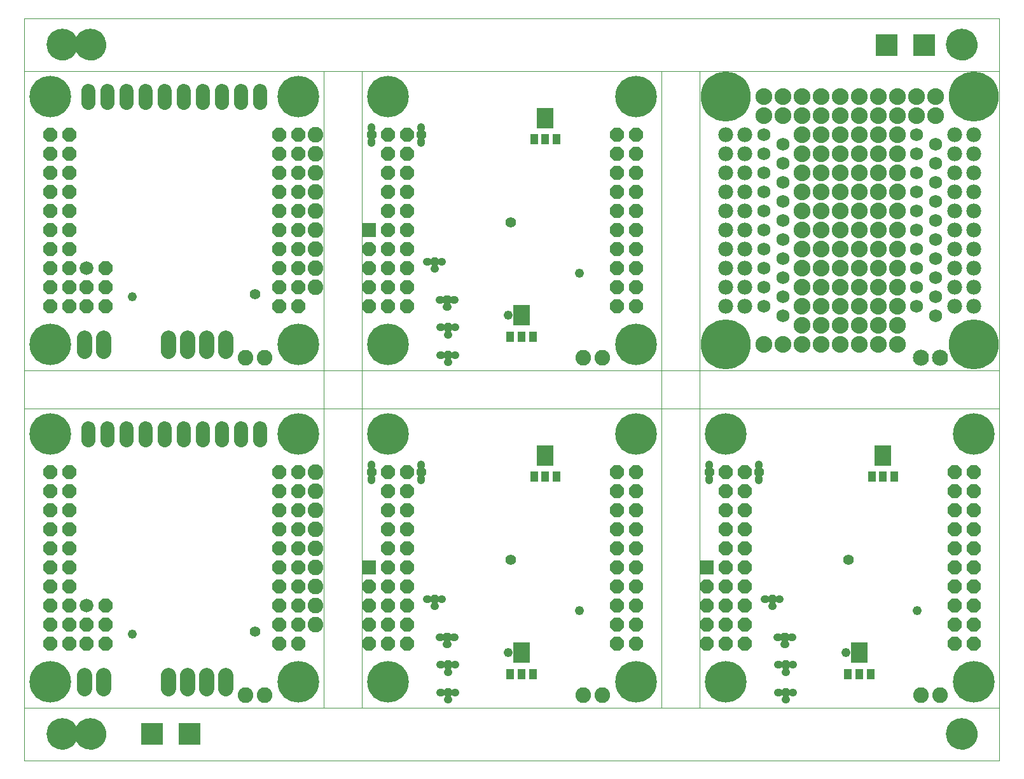
<source format=gbr>
G75*
%MOIN*%
%OFA0B0*%
%FSLAX24Y24*%
%IPPOS*%
%LPD*%
%AMOC8*
5,1,8,0,0,1.08239X$1,22.5*
%
%ADD10C,0.0010*%
%ADD11C,0.0000*%
%ADD12C,0.1655*%
%ADD13R,0.1181X0.1181*%
%ADD14R,0.0720X0.0720*%
%ADD15OC8,0.0720*%
%ADD16C,0.2180*%
%ADD17C,0.0820*%
%ADD18R,0.0395X0.0552*%
%ADD19R,0.0867X0.1064*%
%ADD20R,0.0394X0.0551*%
%ADD21C,0.0395*%
%ADD22C,0.0197*%
%ADD23C,0.0792*%
%ADD24C,0.0720*%
%ADD25C,0.0720*%
%ADD26C,0.2620*%
%ADD27C,0.0780*%
%ADD28C,0.0840*%
%ADD29C,0.0680*%
%ADD30C,0.0480*%
%ADD31C,0.0560*%
%ADD32C,0.0880*%
D10*
X000233Y000105D02*
X000233Y002865D01*
X035633Y002865D01*
X035633Y018565D01*
X035633Y020565D01*
X035633Y036265D01*
X051333Y036265D01*
X051333Y020565D01*
X035633Y020565D01*
X033633Y020565D01*
X033633Y018565D01*
X035633Y018565D01*
X051333Y018565D01*
X051333Y020565D01*
X051333Y018565D02*
X051333Y002865D01*
X051333Y000105D01*
X000233Y000105D01*
X000233Y002865D02*
X000233Y018565D01*
X015933Y018565D01*
X015933Y020565D01*
X000233Y020565D01*
X000233Y018565D01*
X000233Y020565D02*
X000233Y036265D01*
X000233Y039025D01*
X000233Y036265D02*
X000233Y036265D01*
X015933Y036265D01*
X035633Y036265D01*
X033633Y036265D02*
X033633Y020565D01*
X017933Y020565D01*
X017933Y018575D01*
X017933Y018565D02*
X015933Y018565D01*
X015933Y002865D01*
X000233Y002865D01*
X017933Y002865D02*
X017933Y018565D01*
X033633Y018565D01*
X033633Y002865D01*
X017933Y002865D01*
X035633Y002865D02*
X051333Y002865D01*
X017933Y020565D02*
X015933Y020565D01*
X015933Y036265D01*
X017933Y036265D02*
X033633Y036265D01*
X017933Y036265D02*
X017933Y020565D01*
X051333Y036265D02*
X051333Y039025D01*
D11*
X000233Y039025D01*
X001416Y037645D02*
X001418Y037701D01*
X001424Y037756D01*
X001434Y037810D01*
X001447Y037864D01*
X001465Y037917D01*
X001486Y037968D01*
X001510Y038018D01*
X001538Y038066D01*
X001570Y038112D01*
X001604Y038156D01*
X001642Y038197D01*
X001682Y038235D01*
X001725Y038270D01*
X001770Y038302D01*
X001818Y038331D01*
X001867Y038357D01*
X001918Y038379D01*
X001970Y038397D01*
X002024Y038411D01*
X002079Y038422D01*
X002134Y038429D01*
X002189Y038432D01*
X002245Y038431D01*
X002300Y038426D01*
X002355Y038417D01*
X002409Y038405D01*
X002462Y038388D01*
X002514Y038368D01*
X002564Y038344D01*
X002612Y038317D01*
X002659Y038287D01*
X002703Y038253D01*
X002745Y038216D01*
X002783Y038176D01*
X002820Y038134D01*
X002853Y038089D01*
X002882Y038043D01*
X002909Y037994D01*
X002931Y037943D01*
X002951Y037891D01*
X002966Y037837D01*
X002978Y037783D01*
X002986Y037728D01*
X002990Y037673D01*
X002990Y037617D01*
X002986Y037562D01*
X002978Y037507D01*
X002966Y037453D01*
X002951Y037399D01*
X002931Y037347D01*
X002909Y037296D01*
X002882Y037247D01*
X002853Y037201D01*
X002820Y037156D01*
X002783Y037114D01*
X002745Y037074D01*
X002703Y037037D01*
X002659Y037003D01*
X002612Y036973D01*
X002564Y036946D01*
X002514Y036922D01*
X002462Y036902D01*
X002409Y036885D01*
X002355Y036873D01*
X002300Y036864D01*
X002245Y036859D01*
X002189Y036858D01*
X002134Y036861D01*
X002079Y036868D01*
X002024Y036879D01*
X001970Y036893D01*
X001918Y036911D01*
X001867Y036933D01*
X001818Y036959D01*
X001770Y036988D01*
X001725Y037020D01*
X001682Y037055D01*
X001642Y037093D01*
X001604Y037134D01*
X001570Y037178D01*
X001538Y037224D01*
X001510Y037272D01*
X001486Y037322D01*
X001465Y037373D01*
X001447Y037426D01*
X001434Y037480D01*
X001424Y037534D01*
X001418Y037589D01*
X001416Y037645D01*
X002912Y037645D02*
X002914Y037701D01*
X002920Y037756D01*
X002930Y037810D01*
X002943Y037864D01*
X002961Y037917D01*
X002982Y037968D01*
X003006Y038018D01*
X003034Y038066D01*
X003066Y038112D01*
X003100Y038156D01*
X003138Y038197D01*
X003178Y038235D01*
X003221Y038270D01*
X003266Y038302D01*
X003314Y038331D01*
X003363Y038357D01*
X003414Y038379D01*
X003466Y038397D01*
X003520Y038411D01*
X003575Y038422D01*
X003630Y038429D01*
X003685Y038432D01*
X003741Y038431D01*
X003796Y038426D01*
X003851Y038417D01*
X003905Y038405D01*
X003958Y038388D01*
X004010Y038368D01*
X004060Y038344D01*
X004108Y038317D01*
X004155Y038287D01*
X004199Y038253D01*
X004241Y038216D01*
X004279Y038176D01*
X004316Y038134D01*
X004349Y038089D01*
X004378Y038043D01*
X004405Y037994D01*
X004427Y037943D01*
X004447Y037891D01*
X004462Y037837D01*
X004474Y037783D01*
X004482Y037728D01*
X004486Y037673D01*
X004486Y037617D01*
X004482Y037562D01*
X004474Y037507D01*
X004462Y037453D01*
X004447Y037399D01*
X004427Y037347D01*
X004405Y037296D01*
X004378Y037247D01*
X004349Y037201D01*
X004316Y037156D01*
X004279Y037114D01*
X004241Y037074D01*
X004199Y037037D01*
X004155Y037003D01*
X004108Y036973D01*
X004060Y036946D01*
X004010Y036922D01*
X003958Y036902D01*
X003905Y036885D01*
X003851Y036873D01*
X003796Y036864D01*
X003741Y036859D01*
X003685Y036858D01*
X003630Y036861D01*
X003575Y036868D01*
X003520Y036879D01*
X003466Y036893D01*
X003414Y036911D01*
X003363Y036933D01*
X003314Y036959D01*
X003266Y036988D01*
X003221Y037020D01*
X003178Y037055D01*
X003138Y037093D01*
X003100Y037134D01*
X003066Y037178D01*
X003034Y037224D01*
X003006Y037272D01*
X002982Y037322D01*
X002961Y037373D01*
X002943Y037426D01*
X002930Y037480D01*
X002920Y037534D01*
X002914Y037589D01*
X002912Y037645D01*
X048577Y037645D02*
X048579Y037701D01*
X048585Y037756D01*
X048595Y037810D01*
X048608Y037864D01*
X048626Y037917D01*
X048647Y037968D01*
X048671Y038018D01*
X048699Y038066D01*
X048731Y038112D01*
X048765Y038156D01*
X048803Y038197D01*
X048843Y038235D01*
X048886Y038270D01*
X048931Y038302D01*
X048979Y038331D01*
X049028Y038357D01*
X049079Y038379D01*
X049131Y038397D01*
X049185Y038411D01*
X049240Y038422D01*
X049295Y038429D01*
X049350Y038432D01*
X049406Y038431D01*
X049461Y038426D01*
X049516Y038417D01*
X049570Y038405D01*
X049623Y038388D01*
X049675Y038368D01*
X049725Y038344D01*
X049773Y038317D01*
X049820Y038287D01*
X049864Y038253D01*
X049906Y038216D01*
X049944Y038176D01*
X049981Y038134D01*
X050014Y038089D01*
X050043Y038043D01*
X050070Y037994D01*
X050092Y037943D01*
X050112Y037891D01*
X050127Y037837D01*
X050139Y037783D01*
X050147Y037728D01*
X050151Y037673D01*
X050151Y037617D01*
X050147Y037562D01*
X050139Y037507D01*
X050127Y037453D01*
X050112Y037399D01*
X050092Y037347D01*
X050070Y037296D01*
X050043Y037247D01*
X050014Y037201D01*
X049981Y037156D01*
X049944Y037114D01*
X049906Y037074D01*
X049864Y037037D01*
X049820Y037003D01*
X049773Y036973D01*
X049725Y036946D01*
X049675Y036922D01*
X049623Y036902D01*
X049570Y036885D01*
X049516Y036873D01*
X049461Y036864D01*
X049406Y036859D01*
X049350Y036858D01*
X049295Y036861D01*
X049240Y036868D01*
X049185Y036879D01*
X049131Y036893D01*
X049079Y036911D01*
X049028Y036933D01*
X048979Y036959D01*
X048931Y036988D01*
X048886Y037020D01*
X048843Y037055D01*
X048803Y037093D01*
X048765Y037134D01*
X048731Y037178D01*
X048699Y037224D01*
X048671Y037272D01*
X048647Y037322D01*
X048626Y037373D01*
X048608Y037426D01*
X048595Y037480D01*
X048585Y037534D01*
X048579Y037589D01*
X048577Y037645D01*
X048577Y001489D02*
X048579Y001545D01*
X048585Y001600D01*
X048595Y001654D01*
X048608Y001708D01*
X048626Y001761D01*
X048647Y001812D01*
X048671Y001862D01*
X048699Y001910D01*
X048731Y001956D01*
X048765Y002000D01*
X048803Y002041D01*
X048843Y002079D01*
X048886Y002114D01*
X048931Y002146D01*
X048979Y002175D01*
X049028Y002201D01*
X049079Y002223D01*
X049131Y002241D01*
X049185Y002255D01*
X049240Y002266D01*
X049295Y002273D01*
X049350Y002276D01*
X049406Y002275D01*
X049461Y002270D01*
X049516Y002261D01*
X049570Y002249D01*
X049623Y002232D01*
X049675Y002212D01*
X049725Y002188D01*
X049773Y002161D01*
X049820Y002131D01*
X049864Y002097D01*
X049906Y002060D01*
X049944Y002020D01*
X049981Y001978D01*
X050014Y001933D01*
X050043Y001887D01*
X050070Y001838D01*
X050092Y001787D01*
X050112Y001735D01*
X050127Y001681D01*
X050139Y001627D01*
X050147Y001572D01*
X050151Y001517D01*
X050151Y001461D01*
X050147Y001406D01*
X050139Y001351D01*
X050127Y001297D01*
X050112Y001243D01*
X050092Y001191D01*
X050070Y001140D01*
X050043Y001091D01*
X050014Y001045D01*
X049981Y001000D01*
X049944Y000958D01*
X049906Y000918D01*
X049864Y000881D01*
X049820Y000847D01*
X049773Y000817D01*
X049725Y000790D01*
X049675Y000766D01*
X049623Y000746D01*
X049570Y000729D01*
X049516Y000717D01*
X049461Y000708D01*
X049406Y000703D01*
X049350Y000702D01*
X049295Y000705D01*
X049240Y000712D01*
X049185Y000723D01*
X049131Y000737D01*
X049079Y000755D01*
X049028Y000777D01*
X048979Y000803D01*
X048931Y000832D01*
X048886Y000864D01*
X048843Y000899D01*
X048803Y000937D01*
X048765Y000978D01*
X048731Y001022D01*
X048699Y001068D01*
X048671Y001116D01*
X048647Y001166D01*
X048626Y001217D01*
X048608Y001270D01*
X048595Y001324D01*
X048585Y001378D01*
X048579Y001433D01*
X048577Y001489D01*
X002912Y001489D02*
X002914Y001545D01*
X002920Y001600D01*
X002930Y001654D01*
X002943Y001708D01*
X002961Y001761D01*
X002982Y001812D01*
X003006Y001862D01*
X003034Y001910D01*
X003066Y001956D01*
X003100Y002000D01*
X003138Y002041D01*
X003178Y002079D01*
X003221Y002114D01*
X003266Y002146D01*
X003314Y002175D01*
X003363Y002201D01*
X003414Y002223D01*
X003466Y002241D01*
X003520Y002255D01*
X003575Y002266D01*
X003630Y002273D01*
X003685Y002276D01*
X003741Y002275D01*
X003796Y002270D01*
X003851Y002261D01*
X003905Y002249D01*
X003958Y002232D01*
X004010Y002212D01*
X004060Y002188D01*
X004108Y002161D01*
X004155Y002131D01*
X004199Y002097D01*
X004241Y002060D01*
X004279Y002020D01*
X004316Y001978D01*
X004349Y001933D01*
X004378Y001887D01*
X004405Y001838D01*
X004427Y001787D01*
X004447Y001735D01*
X004462Y001681D01*
X004474Y001627D01*
X004482Y001572D01*
X004486Y001517D01*
X004486Y001461D01*
X004482Y001406D01*
X004474Y001351D01*
X004462Y001297D01*
X004447Y001243D01*
X004427Y001191D01*
X004405Y001140D01*
X004378Y001091D01*
X004349Y001045D01*
X004316Y001000D01*
X004279Y000958D01*
X004241Y000918D01*
X004199Y000881D01*
X004155Y000847D01*
X004108Y000817D01*
X004060Y000790D01*
X004010Y000766D01*
X003958Y000746D01*
X003905Y000729D01*
X003851Y000717D01*
X003796Y000708D01*
X003741Y000703D01*
X003685Y000702D01*
X003630Y000705D01*
X003575Y000712D01*
X003520Y000723D01*
X003466Y000737D01*
X003414Y000755D01*
X003363Y000777D01*
X003314Y000803D01*
X003266Y000832D01*
X003221Y000864D01*
X003178Y000899D01*
X003138Y000937D01*
X003100Y000978D01*
X003066Y001022D01*
X003034Y001068D01*
X003006Y001116D01*
X002982Y001166D01*
X002961Y001217D01*
X002943Y001270D01*
X002930Y001324D01*
X002920Y001378D01*
X002914Y001433D01*
X002912Y001489D01*
X001416Y001489D02*
X001418Y001545D01*
X001424Y001600D01*
X001434Y001654D01*
X001447Y001708D01*
X001465Y001761D01*
X001486Y001812D01*
X001510Y001862D01*
X001538Y001910D01*
X001570Y001956D01*
X001604Y002000D01*
X001642Y002041D01*
X001682Y002079D01*
X001725Y002114D01*
X001770Y002146D01*
X001818Y002175D01*
X001867Y002201D01*
X001918Y002223D01*
X001970Y002241D01*
X002024Y002255D01*
X002079Y002266D01*
X002134Y002273D01*
X002189Y002276D01*
X002245Y002275D01*
X002300Y002270D01*
X002355Y002261D01*
X002409Y002249D01*
X002462Y002232D01*
X002514Y002212D01*
X002564Y002188D01*
X002612Y002161D01*
X002659Y002131D01*
X002703Y002097D01*
X002745Y002060D01*
X002783Y002020D01*
X002820Y001978D01*
X002853Y001933D01*
X002882Y001887D01*
X002909Y001838D01*
X002931Y001787D01*
X002951Y001735D01*
X002966Y001681D01*
X002978Y001627D01*
X002986Y001572D01*
X002990Y001517D01*
X002990Y001461D01*
X002986Y001406D01*
X002978Y001351D01*
X002966Y001297D01*
X002951Y001243D01*
X002931Y001191D01*
X002909Y001140D01*
X002882Y001091D01*
X002853Y001045D01*
X002820Y001000D01*
X002783Y000958D01*
X002745Y000918D01*
X002703Y000881D01*
X002659Y000847D01*
X002612Y000817D01*
X002564Y000790D01*
X002514Y000766D01*
X002462Y000746D01*
X002409Y000729D01*
X002355Y000717D01*
X002300Y000708D01*
X002245Y000703D01*
X002189Y000702D01*
X002134Y000705D01*
X002079Y000712D01*
X002024Y000723D01*
X001970Y000737D01*
X001918Y000755D01*
X001867Y000777D01*
X001818Y000803D01*
X001770Y000832D01*
X001725Y000864D01*
X001682Y000899D01*
X001642Y000937D01*
X001604Y000978D01*
X001570Y001022D01*
X001538Y001068D01*
X001510Y001116D01*
X001486Y001166D01*
X001465Y001217D01*
X001447Y001270D01*
X001434Y001324D01*
X001424Y001378D01*
X001418Y001433D01*
X001416Y001489D01*
D12*
X002203Y001489D03*
X003699Y001489D03*
X049364Y001489D03*
X049364Y037645D03*
X003699Y037645D03*
X002203Y037645D03*
D13*
X045430Y037643D03*
X047398Y037643D03*
X008895Y001487D03*
X006926Y001487D03*
D14*
X018283Y010215D03*
X035983Y010215D03*
X018283Y027915D03*
D15*
X018283Y026915D03*
X019283Y026915D03*
X019283Y027915D03*
X020283Y027915D03*
X020283Y026915D03*
X020283Y025915D03*
X019283Y025915D03*
X018283Y025915D03*
X018283Y024915D03*
X019283Y024915D03*
X020283Y024915D03*
X020283Y023915D03*
X019283Y023915D03*
X018283Y023915D03*
X014583Y023915D03*
X013583Y023915D03*
X013583Y024915D03*
X014583Y024915D03*
X014583Y025915D03*
X013583Y025915D03*
X013583Y026915D03*
X014583Y026915D03*
X014583Y027915D03*
X013583Y027915D03*
X013583Y028915D03*
X014583Y028915D03*
X014583Y029915D03*
X013583Y029915D03*
X013583Y030915D03*
X014583Y030915D03*
X014583Y031915D03*
X013583Y031915D03*
X013583Y032915D03*
X014583Y032915D03*
X019283Y032915D03*
X019283Y031915D03*
X020283Y031915D03*
X020283Y032915D03*
X020283Y030915D03*
X019283Y030915D03*
X019283Y029915D03*
X019283Y028915D03*
X020283Y028915D03*
X020283Y029915D03*
X031283Y029915D03*
X031283Y028915D03*
X032283Y028915D03*
X032283Y029915D03*
X032283Y030915D03*
X031283Y030915D03*
X031283Y031915D03*
X031283Y032915D03*
X032283Y032915D03*
X032283Y031915D03*
X032283Y027915D03*
X031283Y027915D03*
X031283Y026915D03*
X032283Y026915D03*
X032283Y025915D03*
X031283Y025915D03*
X031283Y024915D03*
X032283Y024915D03*
X032283Y023915D03*
X031283Y023915D03*
X031283Y015215D03*
X031283Y014215D03*
X032283Y014215D03*
X032283Y015215D03*
X032283Y013215D03*
X031283Y013215D03*
X031283Y012215D03*
X032283Y012215D03*
X032283Y011215D03*
X031283Y011215D03*
X031283Y010215D03*
X031283Y009215D03*
X032283Y009215D03*
X032283Y010215D03*
X032283Y008215D03*
X031283Y008215D03*
X031283Y007215D03*
X032283Y007215D03*
X032283Y006215D03*
X031283Y006215D03*
X035983Y006215D03*
X036983Y006215D03*
X037983Y006215D03*
X037983Y007215D03*
X036983Y007215D03*
X035983Y007215D03*
X035983Y008215D03*
X036983Y008215D03*
X037983Y008215D03*
X037983Y009215D03*
X036983Y009215D03*
X035983Y009215D03*
X036983Y010215D03*
X037983Y010215D03*
X037983Y011215D03*
X036983Y011215D03*
X036983Y012215D03*
X036983Y013215D03*
X037983Y013215D03*
X037983Y012215D03*
X037983Y014215D03*
X036983Y014215D03*
X036983Y015215D03*
X037983Y015215D03*
X048983Y015215D03*
X048983Y014215D03*
X049983Y014215D03*
X049983Y015215D03*
X049983Y013215D03*
X048983Y013215D03*
X048983Y012215D03*
X049983Y012215D03*
X049983Y011215D03*
X048983Y011215D03*
X048983Y010215D03*
X048983Y009215D03*
X049983Y009215D03*
X049983Y010215D03*
X049983Y008215D03*
X048983Y008215D03*
X048983Y007215D03*
X049983Y007215D03*
X049983Y006215D03*
X048983Y006215D03*
X020283Y006215D03*
X019283Y006215D03*
X018283Y006215D03*
X018283Y007215D03*
X018283Y008215D03*
X019283Y008215D03*
X019283Y007215D03*
X020283Y007215D03*
X020283Y008215D03*
X020283Y009215D03*
X019283Y009215D03*
X018283Y009215D03*
X019283Y010215D03*
X020283Y010215D03*
X020283Y011215D03*
X019283Y011215D03*
X019283Y012215D03*
X019283Y013215D03*
X020283Y013215D03*
X020283Y012215D03*
X020283Y014215D03*
X019283Y014215D03*
X019283Y015215D03*
X020283Y015215D03*
X014583Y015215D03*
X013583Y015215D03*
X013583Y014215D03*
X014583Y014215D03*
X014583Y013215D03*
X013583Y013215D03*
X013583Y012215D03*
X014583Y012215D03*
X014583Y011215D03*
X013583Y011215D03*
X013583Y010215D03*
X014583Y010215D03*
X014583Y009215D03*
X013583Y009215D03*
X013583Y008215D03*
X014583Y008215D03*
X014583Y007215D03*
X013583Y007215D03*
X013583Y006215D03*
X014583Y006215D03*
X004483Y006215D03*
X003483Y006215D03*
X002583Y006215D03*
X001583Y006215D03*
X001583Y007215D03*
X001583Y008215D03*
X002583Y008215D03*
X002583Y007215D03*
X003483Y007215D03*
X004483Y007215D03*
X004483Y008215D03*
X002583Y009215D03*
X001583Y009215D03*
X001583Y010215D03*
X002583Y010215D03*
X002583Y011215D03*
X001583Y011215D03*
X001583Y012215D03*
X001583Y013215D03*
X002583Y013215D03*
X002583Y012215D03*
X002583Y014215D03*
X001583Y014215D03*
X001583Y015215D03*
X002583Y015215D03*
X002583Y023915D03*
X003483Y023915D03*
X004483Y023915D03*
X004483Y024915D03*
X003483Y024915D03*
X002583Y024915D03*
X001583Y024915D03*
X001583Y025915D03*
X002583Y025915D03*
X002583Y026915D03*
X001583Y026915D03*
X001583Y027915D03*
X002583Y027915D03*
X002583Y028915D03*
X001583Y028915D03*
X001583Y029915D03*
X002583Y029915D03*
X002583Y030915D03*
X001583Y030915D03*
X001583Y031915D03*
X001583Y032915D03*
X002583Y032915D03*
X002583Y031915D03*
X004483Y025915D03*
X001583Y023915D03*
D16*
X001583Y021915D03*
X001583Y017215D03*
X014583Y017215D03*
X019283Y017215D03*
X019283Y021915D03*
X014583Y021915D03*
X014583Y034915D03*
X019283Y034915D03*
X032283Y034915D03*
X032283Y021915D03*
X032283Y017215D03*
X036983Y017215D03*
X049983Y017215D03*
X049983Y004215D03*
X036983Y004215D03*
X032283Y004215D03*
X019283Y004215D03*
X014583Y004215D03*
X001583Y004215D03*
X001583Y034915D03*
D17*
X015483Y032915D03*
X015483Y031915D03*
X015483Y030915D03*
X015483Y029915D03*
X015483Y028915D03*
X015483Y027915D03*
X015483Y026915D03*
X015483Y025915D03*
X015483Y024915D03*
X012833Y021215D03*
X011833Y021215D03*
X015483Y015215D03*
X015483Y014215D03*
X015483Y013215D03*
X015483Y012215D03*
X015483Y011215D03*
X015483Y010215D03*
X015483Y009215D03*
X015483Y008215D03*
X015483Y007215D03*
X012833Y003515D03*
X011833Y003515D03*
X029533Y003515D03*
X030533Y003515D03*
X047233Y003515D03*
X048233Y003515D03*
X030533Y021215D03*
X029533Y021215D03*
D18*
X026874Y022335D03*
X025693Y022335D03*
X026943Y014985D03*
X028124Y014985D03*
X026874Y004635D03*
X025693Y004635D03*
X043393Y004635D03*
X044574Y004635D03*
X044643Y014985D03*
X045824Y014985D03*
X028124Y032685D03*
X026943Y032685D03*
D19*
X027533Y033807D03*
X026283Y023457D03*
X027533Y016107D03*
X026283Y005757D03*
X043983Y005757D03*
X045233Y016107D03*
D20*
X045233Y014985D03*
X043983Y004635D03*
X027533Y014985D03*
X026283Y022335D03*
X027533Y032685D03*
X026283Y004635D03*
D21*
X022833Y005115D02*
X022833Y005115D01*
X022773Y005115D01*
X022773Y005115D01*
X022833Y005115D01*
X022403Y004735D02*
X022403Y004735D01*
X022463Y004735D01*
X022463Y004735D01*
X022403Y004735D01*
X022033Y005115D02*
X022033Y005115D01*
X022093Y005115D01*
X022093Y005115D01*
X022033Y005115D01*
X022353Y006185D02*
X022353Y006185D01*
X022413Y006185D01*
X022413Y006185D01*
X022353Y006185D01*
X021983Y006565D02*
X021983Y006565D01*
X022043Y006565D01*
X022043Y006565D01*
X021983Y006565D01*
X022783Y006565D02*
X022783Y006565D01*
X022723Y006565D01*
X022723Y006565D01*
X022783Y006565D01*
X021703Y008185D02*
X021703Y008185D01*
X021763Y008185D01*
X021763Y008185D01*
X021703Y008185D01*
X021333Y008565D02*
X021333Y008565D01*
X021393Y008565D01*
X021393Y008565D01*
X021333Y008565D01*
X022133Y008565D02*
X022133Y008565D01*
X022073Y008565D01*
X022073Y008565D01*
X022133Y008565D01*
X022033Y003665D02*
X022033Y003665D01*
X022093Y003665D01*
X022093Y003665D01*
X022033Y003665D01*
X022403Y003285D02*
X022403Y003285D01*
X022463Y003285D01*
X022463Y003285D01*
X022403Y003285D01*
X022833Y003665D02*
X022833Y003665D01*
X022773Y003665D01*
X022773Y003665D01*
X022833Y003665D01*
X021033Y014806D02*
X021033Y014806D01*
X021033Y014886D01*
X021033Y014886D01*
X021033Y014806D01*
X021033Y015544D02*
X021033Y015544D01*
X021033Y015624D01*
X021033Y015624D01*
X021033Y015544D01*
X018433Y015544D02*
X018433Y015544D01*
X018433Y015624D01*
X018433Y015624D01*
X018433Y015544D01*
X018433Y014806D02*
X018433Y014806D01*
X018433Y014886D01*
X018433Y014886D01*
X018433Y014806D01*
X022403Y020985D02*
X022403Y020985D01*
X022463Y020985D01*
X022463Y020985D01*
X022403Y020985D01*
X022033Y021365D02*
X022033Y021365D01*
X022093Y021365D01*
X022093Y021365D01*
X022033Y021365D01*
X022833Y021365D02*
X022833Y021365D01*
X022773Y021365D01*
X022773Y021365D01*
X022833Y021365D01*
X022403Y022435D02*
X022403Y022435D01*
X022463Y022435D01*
X022463Y022435D01*
X022403Y022435D01*
X022033Y022815D02*
X022033Y022815D01*
X022093Y022815D01*
X022093Y022815D01*
X022033Y022815D01*
X022833Y022815D02*
X022833Y022815D01*
X022773Y022815D01*
X022773Y022815D01*
X022833Y022815D01*
X022353Y023885D02*
X022353Y023885D01*
X022413Y023885D01*
X022413Y023885D01*
X022353Y023885D01*
X021983Y024265D02*
X021983Y024265D01*
X022043Y024265D01*
X022043Y024265D01*
X021983Y024265D01*
X022783Y024265D02*
X022783Y024265D01*
X022723Y024265D01*
X022723Y024265D01*
X022783Y024265D01*
X021703Y025885D02*
X021703Y025885D01*
X021763Y025885D01*
X021763Y025885D01*
X021703Y025885D01*
X021333Y026265D02*
X021333Y026265D01*
X021393Y026265D01*
X021393Y026265D01*
X021333Y026265D01*
X022133Y026265D02*
X022133Y026265D01*
X022073Y026265D01*
X022073Y026265D01*
X022133Y026265D01*
X021033Y032506D02*
X021033Y032506D01*
X021033Y032586D01*
X021033Y032586D01*
X021033Y032506D01*
X021033Y033244D02*
X021033Y033244D01*
X021033Y033324D01*
X021033Y033324D01*
X021033Y033244D01*
X018433Y033244D02*
X018433Y033244D01*
X018433Y033324D01*
X018433Y033324D01*
X018433Y033244D01*
X018433Y032506D02*
X018433Y032506D01*
X018433Y032586D01*
X018433Y032586D01*
X018433Y032506D01*
X036133Y015544D02*
X036133Y015544D01*
X036133Y015624D01*
X036133Y015624D01*
X036133Y015544D01*
X036133Y014806D02*
X036133Y014806D01*
X036133Y014886D01*
X036133Y014886D01*
X036133Y014806D01*
X038733Y014806D02*
X038733Y014806D01*
X038733Y014886D01*
X038733Y014886D01*
X038733Y014806D01*
X038733Y015544D02*
X038733Y015544D01*
X038733Y015624D01*
X038733Y015624D01*
X038733Y015544D01*
X039033Y008565D02*
X039033Y008565D01*
X039093Y008565D01*
X039093Y008565D01*
X039033Y008565D01*
X039403Y008185D02*
X039403Y008185D01*
X039463Y008185D01*
X039463Y008185D01*
X039403Y008185D01*
X039833Y008565D02*
X039833Y008565D01*
X039773Y008565D01*
X039773Y008565D01*
X039833Y008565D01*
X039683Y006565D02*
X039683Y006565D01*
X039743Y006565D01*
X039743Y006565D01*
X039683Y006565D01*
X040053Y006185D02*
X040053Y006185D01*
X040113Y006185D01*
X040113Y006185D01*
X040053Y006185D01*
X040483Y006565D02*
X040483Y006565D01*
X040423Y006565D01*
X040423Y006565D01*
X040483Y006565D01*
X040533Y005115D02*
X040533Y005115D01*
X040473Y005115D01*
X040473Y005115D01*
X040533Y005115D01*
X040103Y004735D02*
X040103Y004735D01*
X040163Y004735D01*
X040163Y004735D01*
X040103Y004735D01*
X039733Y005115D02*
X039733Y005115D01*
X039793Y005115D01*
X039793Y005115D01*
X039733Y005115D01*
X039733Y003665D02*
X039733Y003665D01*
X039793Y003665D01*
X039793Y003665D01*
X039733Y003665D01*
X040103Y003285D02*
X040103Y003285D01*
X040163Y003285D01*
X040163Y003285D01*
X040103Y003285D01*
X040533Y003665D02*
X040533Y003665D01*
X040473Y003665D01*
X040473Y003665D01*
X040533Y003665D01*
D22*
X040232Y003804D02*
X040232Y003526D01*
X040034Y003526D01*
X040034Y003804D01*
X040232Y003804D01*
X040232Y003722D02*
X040034Y003722D01*
X040232Y004976D02*
X040232Y005254D01*
X040232Y004976D02*
X040034Y004976D01*
X040034Y005254D01*
X040232Y005254D01*
X040232Y005172D02*
X040034Y005172D01*
X040182Y006426D02*
X040182Y006704D01*
X040182Y006426D02*
X039984Y006426D01*
X039984Y006704D01*
X040182Y006704D01*
X040182Y006622D02*
X039984Y006622D01*
X039532Y008426D02*
X039532Y008704D01*
X039532Y008426D02*
X039334Y008426D01*
X039334Y008704D01*
X039532Y008704D01*
X039532Y008622D02*
X039334Y008622D01*
X038872Y015116D02*
X038594Y015116D01*
X038594Y015314D01*
X038872Y015314D01*
X038872Y015116D01*
X038872Y015312D02*
X038594Y015312D01*
X036272Y015116D02*
X035994Y015116D01*
X035994Y015314D01*
X036272Y015314D01*
X036272Y015116D01*
X036272Y015312D02*
X035994Y015312D01*
X022532Y021226D02*
X022532Y021504D01*
X022532Y021226D02*
X022334Y021226D01*
X022334Y021504D01*
X022532Y021504D01*
X022532Y021422D02*
X022334Y021422D01*
X022532Y022676D02*
X022532Y022954D01*
X022532Y022676D02*
X022334Y022676D01*
X022334Y022954D01*
X022532Y022954D01*
X022532Y022872D02*
X022334Y022872D01*
X022482Y024126D02*
X022482Y024404D01*
X022482Y024126D02*
X022284Y024126D01*
X022284Y024404D01*
X022482Y024404D01*
X022482Y024322D02*
X022284Y024322D01*
X021832Y026126D02*
X021832Y026404D01*
X021832Y026126D02*
X021634Y026126D01*
X021634Y026404D01*
X021832Y026404D01*
X021832Y026322D02*
X021634Y026322D01*
X021172Y032816D02*
X020894Y032816D01*
X020894Y033014D01*
X021172Y033014D01*
X021172Y032816D01*
X021172Y033012D02*
X020894Y033012D01*
X018572Y032816D02*
X018294Y032816D01*
X018294Y033014D01*
X018572Y033014D01*
X018572Y032816D01*
X018572Y033012D02*
X018294Y033012D01*
X018294Y015116D02*
X018572Y015116D01*
X018294Y015116D02*
X018294Y015314D01*
X018572Y015314D01*
X018572Y015116D01*
X018572Y015312D02*
X018294Y015312D01*
X020894Y015116D02*
X021172Y015116D01*
X020894Y015116D02*
X020894Y015314D01*
X021172Y015314D01*
X021172Y015116D01*
X021172Y015312D02*
X020894Y015312D01*
X021832Y008704D02*
X021832Y008426D01*
X021634Y008426D01*
X021634Y008704D01*
X021832Y008704D01*
X021832Y008622D02*
X021634Y008622D01*
X022482Y006704D02*
X022482Y006426D01*
X022284Y006426D01*
X022284Y006704D01*
X022482Y006704D01*
X022482Y006622D02*
X022284Y006622D01*
X022532Y005254D02*
X022532Y004976D01*
X022334Y004976D01*
X022334Y005254D01*
X022532Y005254D01*
X022532Y005172D02*
X022334Y005172D01*
X022532Y003804D02*
X022532Y003526D01*
X022334Y003526D01*
X022334Y003804D01*
X022532Y003804D01*
X022532Y003722D02*
X022334Y003722D01*
D23*
X010783Y003859D02*
X010783Y004571D01*
X009783Y004571D02*
X009783Y003859D01*
X008783Y003859D02*
X008783Y004571D01*
X007783Y004571D02*
X007783Y003859D01*
X004383Y003859D02*
X004383Y004571D01*
X003383Y004571D02*
X003383Y003859D01*
X003383Y021559D02*
X003383Y022271D01*
X004383Y022271D02*
X004383Y021559D01*
X007783Y021559D02*
X007783Y022271D01*
X008783Y022271D02*
X008783Y021559D01*
X009783Y021559D02*
X009783Y022271D01*
X010783Y022271D02*
X010783Y021559D01*
D24*
X003483Y025915D03*
X003483Y008215D03*
D25*
X003583Y016895D02*
X003583Y017535D01*
X004583Y017535D02*
X004583Y016895D01*
X005583Y016895D02*
X005583Y017535D01*
X006583Y017535D02*
X006583Y016895D01*
X007583Y016895D02*
X007583Y017535D01*
X008583Y017535D02*
X008583Y016895D01*
X009583Y016895D02*
X009583Y017535D01*
X010583Y017535D02*
X010583Y016895D01*
X011583Y016895D02*
X011583Y017535D01*
X012583Y017535D02*
X012583Y016895D01*
X012583Y034595D02*
X012583Y035235D01*
X011583Y035235D02*
X011583Y034595D01*
X010583Y034595D02*
X010583Y035235D01*
X009583Y035235D02*
X009583Y034595D01*
X008583Y034595D02*
X008583Y035235D01*
X007583Y035235D02*
X007583Y034595D01*
X006583Y034595D02*
X006583Y035235D01*
X005583Y035235D02*
X005583Y034595D01*
X004583Y034595D02*
X004583Y035235D01*
X003583Y035235D02*
X003583Y034595D01*
D26*
X036983Y034915D03*
X049983Y034915D03*
X049983Y021915D03*
X036983Y021915D03*
D27*
X036983Y023915D03*
X037983Y023915D03*
X037983Y024915D03*
X036983Y024915D03*
X036983Y025915D03*
X037983Y025915D03*
X037983Y026915D03*
X036983Y026915D03*
X036983Y027915D03*
X037983Y027915D03*
X037983Y028915D03*
X036983Y028915D03*
X036983Y029915D03*
X037983Y029915D03*
X037983Y030915D03*
X036983Y030915D03*
X036983Y031915D03*
X036983Y032915D03*
X037983Y032915D03*
X037983Y031915D03*
X048983Y031915D03*
X048983Y032915D03*
X049983Y032915D03*
X049983Y031915D03*
X049983Y030915D03*
X048983Y030915D03*
X048983Y029915D03*
X048983Y028915D03*
X049983Y028915D03*
X049983Y029915D03*
X049983Y027915D03*
X048983Y027915D03*
X048983Y026915D03*
X049983Y026915D03*
X049983Y025915D03*
X048983Y025915D03*
X048983Y024915D03*
X049983Y024915D03*
X049983Y023915D03*
X048983Y023915D03*
D28*
X048233Y021215D03*
X047233Y021215D03*
D29*
X047983Y023415D03*
X046983Y023915D03*
X047983Y024415D03*
X047983Y025415D03*
X046983Y024915D03*
X046983Y025915D03*
X047983Y026415D03*
X047983Y027415D03*
X046983Y026915D03*
X046983Y027915D03*
X047983Y028415D03*
X047983Y029415D03*
X046983Y028915D03*
X046983Y029915D03*
X047983Y030415D03*
X047983Y031415D03*
X046983Y031915D03*
X046983Y032915D03*
X047983Y032415D03*
X046983Y030915D03*
X039983Y030415D03*
X039983Y031415D03*
X038983Y031915D03*
X038983Y032915D03*
X039983Y032415D03*
X038983Y030915D03*
X038983Y029915D03*
X038983Y028915D03*
X039983Y028415D03*
X039983Y029415D03*
X038983Y027915D03*
X038983Y026915D03*
X039983Y026415D03*
X039983Y027415D03*
X038983Y025915D03*
X038983Y024915D03*
X039983Y024415D03*
X039983Y025415D03*
X038983Y023915D03*
X039983Y023415D03*
D30*
X029333Y025665D03*
X025583Y023465D03*
X005883Y024415D03*
X029333Y007965D03*
X025583Y005765D03*
X043283Y005765D03*
X047033Y007965D03*
X005883Y006715D03*
D31*
X012333Y006865D03*
X025733Y010615D03*
X043433Y010615D03*
X025733Y028315D03*
X012333Y024565D03*
D32*
X038983Y021915D03*
X039983Y021915D03*
X040983Y021915D03*
X041983Y021915D03*
X042983Y021915D03*
X043983Y021915D03*
X044983Y021915D03*
X045983Y021915D03*
X045983Y022915D03*
X044983Y022915D03*
X043983Y022915D03*
X042983Y022915D03*
X041983Y022915D03*
X040983Y022915D03*
X040983Y023915D03*
X041983Y023915D03*
X042983Y023915D03*
X043983Y023915D03*
X044983Y023915D03*
X045983Y023915D03*
X045983Y024915D03*
X044983Y024915D03*
X043983Y024915D03*
X042983Y024915D03*
X041983Y024915D03*
X040983Y024915D03*
X040983Y025915D03*
X041983Y025915D03*
X042983Y025915D03*
X043983Y025915D03*
X044983Y025915D03*
X045983Y025915D03*
X045983Y026915D03*
X044983Y026915D03*
X043983Y026915D03*
X042983Y026915D03*
X041983Y026915D03*
X040983Y026915D03*
X040983Y027915D03*
X041983Y027915D03*
X042983Y027915D03*
X043983Y027915D03*
X044983Y027915D03*
X045983Y027915D03*
X045983Y028915D03*
X044983Y028915D03*
X043983Y028915D03*
X042983Y028915D03*
X041983Y028915D03*
X040983Y028915D03*
X040983Y029915D03*
X041983Y029915D03*
X042983Y029915D03*
X043983Y029915D03*
X044983Y029915D03*
X045983Y029915D03*
X045983Y030915D03*
X044983Y030915D03*
X043983Y030915D03*
X042983Y030915D03*
X041983Y030915D03*
X040983Y030915D03*
X040983Y031915D03*
X040983Y032915D03*
X041983Y032915D03*
X041983Y031915D03*
X042983Y031915D03*
X042983Y032915D03*
X043983Y032915D03*
X043983Y031915D03*
X044983Y031915D03*
X045983Y031915D03*
X045983Y032915D03*
X044983Y032915D03*
X044983Y033915D03*
X045983Y033915D03*
X045983Y034915D03*
X044983Y034915D03*
X043983Y034915D03*
X042983Y034915D03*
X041983Y034915D03*
X040983Y034915D03*
X039983Y034915D03*
X038983Y034915D03*
X038983Y033915D03*
X039983Y033915D03*
X040983Y033915D03*
X041983Y033915D03*
X042983Y033915D03*
X043983Y033915D03*
X046983Y033915D03*
X046983Y034915D03*
X047983Y034915D03*
X047983Y033915D03*
M02*

</source>
